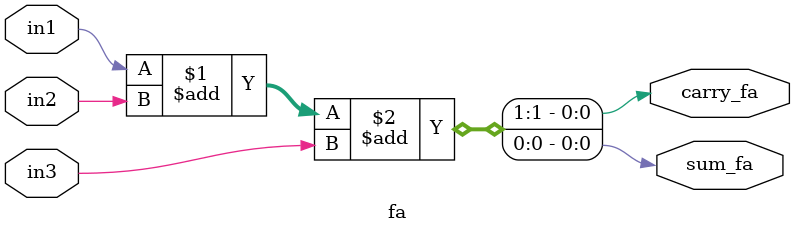
<source format=v>
module top_module( 
    input [99:0] a, b,
    input cin,
    output [99:0] cout,
    output [99:0] sum );
    genvar i;
    fa m(.carry_fa(cout[0]),
		.sum_fa(sum[0]),
		.in1(a[0]),
		.in2(b[0]), 
        .in3(cin)
	   );
generate
    for (i=1;i<100;i++)begin:RCA_100b
        fa m(.carry_fa(cout[i]),
					.sum_fa(sum[i]),
					.in1(a[i]),
					.in2(b[i]),
                    .in3(cout[i-1]) 
                   );
        end
    endgenerate
endmodule
module fa(
		output carry_fa,sum_fa,
		input in1,in2,in3
   		);
    assign {carry_fa,sum_fa}=in1+in2+in3;
endmodule

</source>
